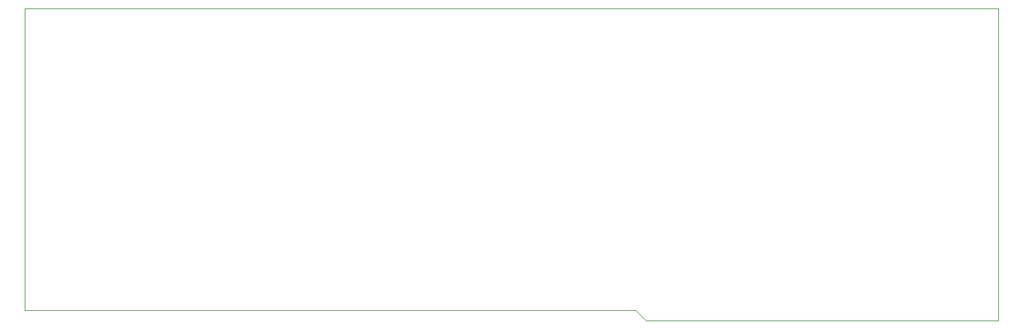
<source format=gm1>
G04 #@! TF.GenerationSoftware,KiCad,Pcbnew,5.1.6-c6e7f7d~86~ubuntu16.04.1*
G04 #@! TF.CreationDate,2020-07-30T20:45:57-03:00*
G04 #@! TF.ProjectId,principal_sm13,7072696e-6369-4706-916c-5f736d31332e,rev?*
G04 #@! TF.SameCoordinates,Original*
G04 #@! TF.FileFunction,Profile,NP*
%FSLAX46Y46*%
G04 Gerber Fmt 4.6, Leading zero omitted, Abs format (unit mm)*
G04 Created by KiCad (PCBNEW 5.1.6-c6e7f7d~86~ubuntu16.04.1) date 2020-07-30 20:45:57*
%MOMM*%
%LPD*%
G01*
G04 APERTURE LIST*
G04 #@! TA.AperFunction,Profile*
%ADD10C,0.100000*%
G04 #@! TD*
G04 APERTURE END LIST*
D10*
X284976000Y-140865001D02*
X284976000Y-100165001D01*
X239176000Y-140865001D02*
X284976000Y-140865001D01*
X237776000Y-139465001D02*
X239176000Y-140865001D01*
X235176000Y-139465001D02*
X237776000Y-139465001D01*
X158376000Y-139465001D02*
X235176000Y-139465001D01*
X158376000Y-139265001D02*
X158376000Y-139465001D01*
X158376000Y-139265001D02*
X158376000Y-138965001D01*
X284976000Y-100165001D02*
X158376000Y-100165001D01*
X158376000Y-100165001D02*
X158376000Y-138965001D01*
M02*

</source>
